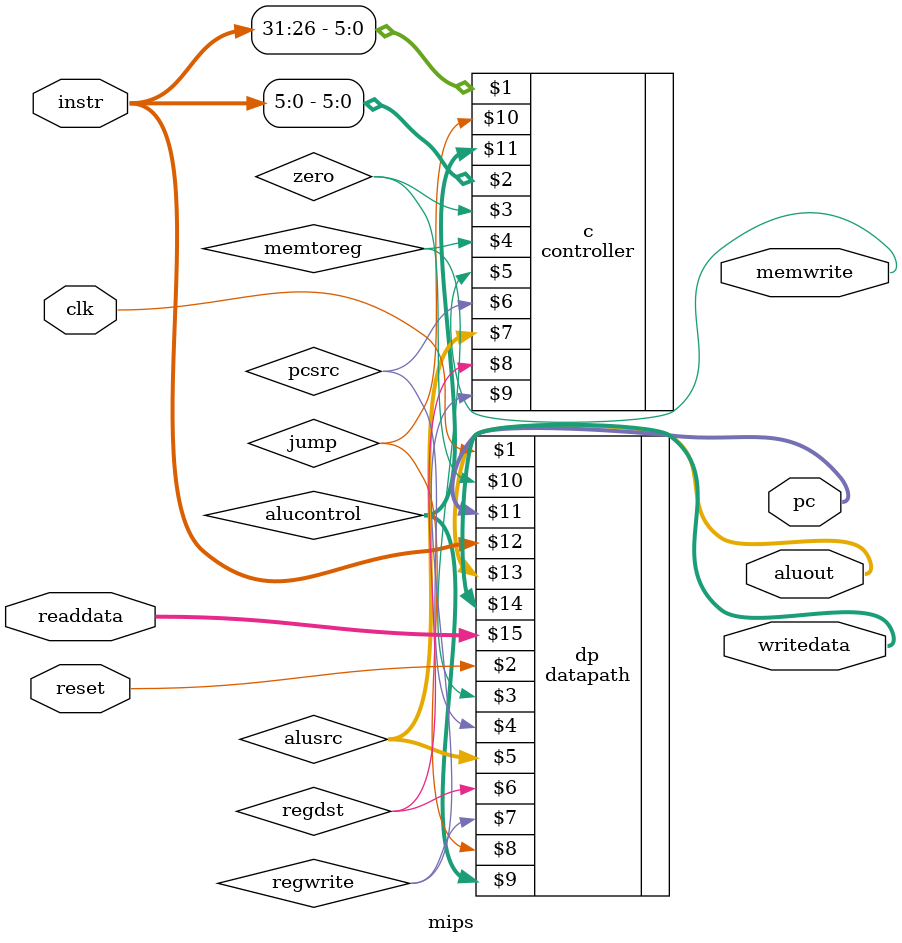
<source format=v>
module mips(input           clk, reset,
            output  [31:0]  pc,
            input   [31:0]  instr,
            output          memwrite,
            output  [31:0]  aluout, writedata,
            input   [31:0]  readdata);

  wire    memtoreg, branch, regdst, regwrite, jump;
  wire [1:0] alusrc;
  wire [2:0] alucontrol;

  controller c(instr[31:26], instr[5:0], zero, memtoreg, memwrite, pcsrc, alusrc, regdst, regwrite, jump, alucontrol);
  datapath dp(clk, reset, memtoreg, pcsrc, alusrc, regdst, regwrite, jump, alucontrol, zero, pc, instr, aluout, writedata, readdata);
endmodule

</source>
